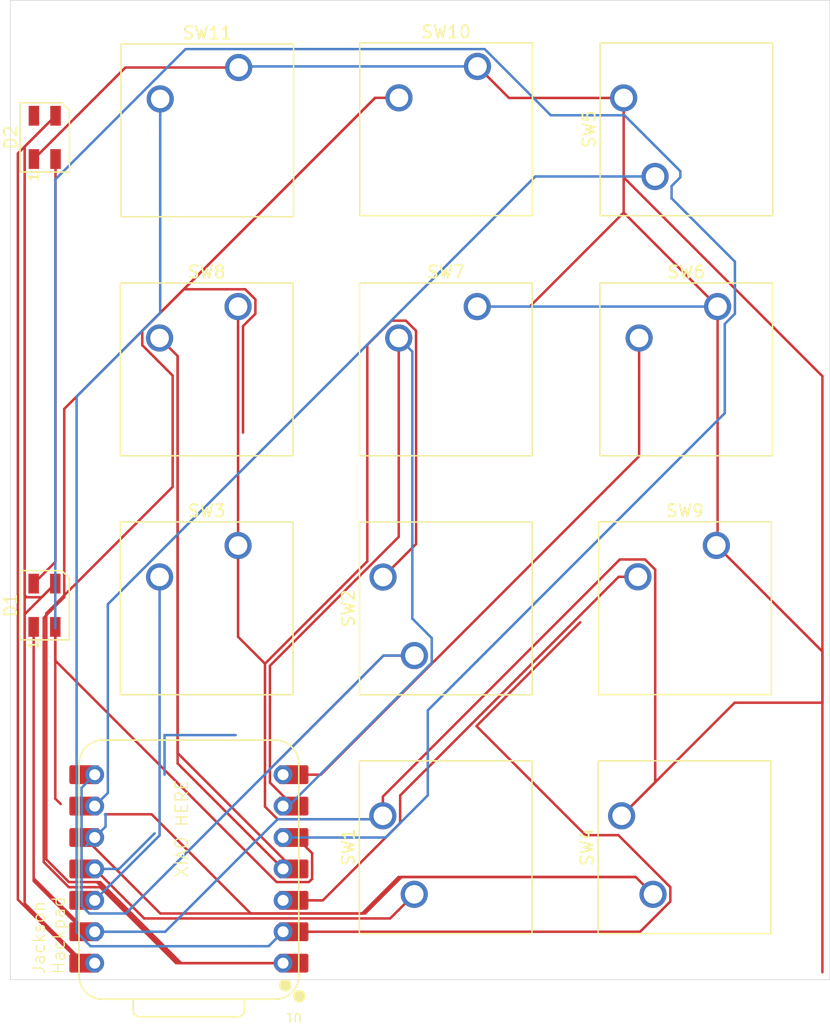
<source format=kicad_pcb>
(kicad_pcb (version 20241229) (generator "pcbnew") (generator_version "9.0")
  (layers (0 "F.Cu" signal) (2 "B.Cu" signal) (13 "F.Paste" user) (15 "B.Paste" user) (5 "F.SilkS" user "F.Silkscreen") (7 "B.SilkS" user "B.Silkscreen") (1 "F.Mask" user) (3 "B.Mask" user) (25 "Edge.Cuts" user))
  (net 0 "")
  (net 1 "Net-(D1-DOUT)")
  (net 2 "GND")
  (net 3 "Net-(D1-DIN)")
  (net 4 "+5V")
  (net 6 "Net-(U1-GPIO3{slash}MOSI)")
  (net 7 "Net-(U1-GPIO1{slash}RX)")
  (net 8 "Net-(U1-GPIO4{slash}MISO)")
  (net 9 "Net-(U1-GPIO2{slash}SCK)")
  (net 10 "Net-(U1-3V3)")
  (net 11 "Net-(U1-GPIO28{slash}ADC2{slash}A2)")
  (net 12 "Net-(U1-GPIO29{slash}ADC3{slash}A3)")
  (net 13 "Net-(U1-GPIO0{slash}TX)")
  (net 14 "Net-(U1-GPIO7{slash}SCL)")
  (net 15 "Net-(U1-GPIO26{slash}ADC0{slash}A0)")
  (net 16 "Net-(U1-GPIO27{slash}ADC1{slash}A1)")
  (footprint "Button_Switch_Keyboard:SW_Cherry_MX_1.00u_PCB" (layer "F.Cu") (at 137.48 82.85)
    (property "Reference" "SW9" (at -2.54 -2.794 0) (layer "F.SilkS"))
    (property "Value" "SW_Push")
    (fp_line (start -9.525 -1.905) (end 4.445 -1.905) (stroke (width 0.12)) (layer "F.SilkS"))
    (fp_line (start -9.525 12.065) (end -9.525 -1.905) (stroke (width 0.12)) (layer "F.SilkS"))
    (fp_line (start 4.445 -1.905) (end 4.445 12.065) (stroke (width 0.12)) (layer "F.SilkS"))
    (fp_line (start 4.445 12.065) (end -9.525 12.065) (stroke (width 0.12)) (layer "F.SilkS"))
    (pad "" np_thru_hole circle (at -7.62 5.08) (size 1.7 1.7) (drill 1.7) (layers "*.Cu" "*.Mask"))
    (pad "" np_thru_hole circle (at -2.54 5.08) (size 4 4) (drill 4) (layers "*.Cu" "*.Mask"))
    (pad "" np_thru_hole circle (at 2.54 5.08) (size 1.7 1.7) (drill 1.7) (layers "*.Cu" "*.Mask"))
    (pad "1" thru_hole circle (at 0 0) (size 2.2 2.2) (drill 1.5) (layers "*.Cu" "*.Mask") (net 2 "GND"))
    (pad "2" thru_hole circle (at -6.35 2.54) (size 2.2 2.2) (drill 1.5) (layers "*.Cu" "*.Mask") (net 11 "Net-(U1-GPIO28{slash}ADC2{slash}A2)"))
  )
  (footprint "Button_Switch_Keyboard:SW_Cherry_MX_1.00u_PCB" (layer "F.Cu") (at 129.98 46.67 90)
    (property "Reference" "SW5" (at -2.54 -2.794 90) (layer "F.SilkS"))
    (property "Value" "SW_Push")
    (fp_line (start 4.445 -1.905) (end 4.445 12.065) (stroke (width 0.12)) (layer "F.SilkS"))
    (fp_line (start -9.525 -1.905) (end 4.445 -1.905) (stroke (width 0.12)) (layer "F.SilkS"))
    (fp_line (start 4.445 12.065) (end -9.525 12.065) (stroke (width 0.12)) (layer "F.SilkS"))
    (fp_line (start -9.525 12.065) (end -9.525 -1.905) (stroke (width 0.12)) (layer "F.SilkS"))
    (pad "" np_thru_hole circle (at -7.62 5.08 90) (size 1.7 1.7) (drill 1.7) (layers "*.Cu" "*.Mask"))
    (pad "" np_thru_hole circle (at -2.54 5.08 90) (size 4 4) (drill 4) (layers "*.Cu" "*.Mask"))
    (pad "" np_thru_hole circle (at 2.54 5.08 90) (size 1.7 1.7) (drill 1.7) (layers "*.Cu" "*.Mask"))
    (pad "1" thru_hole circle (at 0 0 90) (size 2.2 2.2) (drill 1.5) (layers "*.Cu" "*.Mask") (net 2 "GND"))
    (pad "2" thru_hole circle (at -6.35 2.54 90) (size 2.2 2.2) (drill 1.5) (layers "*.Cu" "*.Mask") (net 9 "Net-(U1-GPIO2{slash}SCK)"))
  )
  (footprint "Button_Switch_Keyboard:SW_Cherry_MX_1.00u_PCB" (layer "F.Cu") (at 137.58 63.54)
    (property "Reference" "SW6" (at -2.54 -2.794 0) (layer "F.SilkS"))
    (property "Value" "SW_Push")
    (fp_line (start -9.525 -1.905) (end 4.445 -1.905) (stroke (width 0.12)) (layer "F.SilkS"))
    (fp_line (start -9.525 12.065) (end -9.525 -1.905) (stroke (width 0.12)) (layer "F.SilkS"))
    (fp_line (start 4.445 -1.905) (end 4.445 12.065) (stroke (width 0.12)) (layer "F.SilkS"))
    (fp_line (start 4.445 12.065) (end -9.525 12.065) (stroke (width 0.12)) (layer "F.SilkS"))
    (pad "" np_thru_hole circle (at -7.62 5.08) (size 1.7 1.7) (drill 1.7) (layers "*.Cu" "*.Mask"))
    (pad "" np_thru_hole circle (at -2.54 5.08) (size 4 4) (drill 4) (layers "*.Cu" "*.Mask"))
    (pad "" np_thru_hole circle (at 2.54 5.08) (size 1.7 1.7) (drill 1.7) (layers "*.Cu" "*.Mask"))
    (pad "1" thru_hole circle (at 0 0) (size 2.2 2.2) (drill 1.5) (layers "*.Cu" "*.Mask") (net 2 "GND"))
    (pad "2" thru_hole circle (at -6.35 2.54) (size 2.2 2.2) (drill 1.5) (layers "*.Cu" "*.Mask") (net 13 "Net-(U1-GPIO0{slash}TX)"))
  )
  (footprint "Button_Switch_Keyboard:SW_Cherry_MX_1.00u_PCB" (layer "F.Cu") (at 118.13 63.54)
    (property "Reference" "SW7" (at -2.54 -2.794 0) (layer "F.SilkS"))
    (property "Value" "SW_Push")
    (fp_line (start -9.525 -1.905) (end 4.445 -1.905) (stroke (width 0.12)) (layer "F.SilkS"))
    (fp_line (start -9.525 12.065) (end -9.525 -1.905) (stroke (width 0.12)) (layer "F.SilkS"))
    (fp_line (start 4.445 -1.905) (end 4.445 12.065) (stroke (width 0.12)) (layer "F.SilkS"))
    (fp_line (start 4.445 12.065) (end -9.525 12.065) (stroke (width 0.12)) (layer "F.SilkS"))
    (pad "" np_thru_hole circle (at -7.62 5.08) (size 1.7 1.7) (drill 1.7) (layers "*.Cu" "*.Mask"))
    (pad "" np_thru_hole circle (at -2.54 5.08) (size 4 4) (drill 4) (layers "*.Cu" "*.Mask"))
    (pad "" np_thru_hole circle (at 2.54 5.08) (size 1.7 1.7) (drill 1.7) (layers "*.Cu" "*.Mask"))
    (pad "1" thru_hole circle (at 0 0) (size 2.2 2.2) (drill 1.5) (layers "*.Cu" "*.Mask") (net 2 "GND"))
    (pad "2" thru_hole circle (at -6.35 2.54) (size 2.2 2.2) (drill 1.5) (layers "*.Cu" "*.Mask") (net 14 "Net-(U1-GPIO7{slash}SCL)"))
  )
  (footprint "Button_Switch_Keyboard:SW_Cherry_MX_1.00u_PCB" (layer "F.Cu") (at 110.495 104.715 90)
    (property "Reference" "SW1" (at -2.54 -2.794 90) (layer "F.SilkS"))
    (property "Value" "SW_Push")
    (fp_line (start 4.445 -1.905) (end 4.445 12.065) (stroke (width 0.12)) (layer "F.SilkS"))
    (fp_line (start -9.525 -1.905) (end 4.445 -1.905) (stroke (width 0.12)) (layer "F.SilkS"))
    (fp_line (start 4.445 12.065) (end -9.525 12.065) (stroke (width 0.12)) (layer "F.SilkS"))
    (fp_line (start -9.525 12.065) (end -9.525 -1.905) (stroke (width 0.12)) (layer "F.SilkS"))
    (pad "" np_thru_hole circle (at -7.62 5.08 90) (size 1.7 1.7) (drill 1.7) (layers "*.Cu" "*.Mask"))
    (pad "" np_thru_hole circle (at -2.54 5.08 90) (size 4 4) (drill 4) (layers "*.Cu" "*.Mask"))
    (pad "" np_thru_hole circle (at 2.54 5.08 90) (size 1.7 1.7) (drill 1.7) (layers "*.Cu" "*.Mask"))
    (pad "1" thru_hole circle (at 0 0 90) (size 2.2 2.2) (drill 1.5) (layers "*.Cu" "*.Mask") (net 2 "GND"))
    (pad "2" thru_hole circle (at -6.35 2.54 90) (size 2.2 2.2) (drill 1.5) (layers "*.Cu" "*.Mask") (net 6 "Net-(U1-GPIO3{slash}MOSI)"))
  )
  (footprint "Button_Switch_Keyboard:SW_Cherry_MX_1.00u_PCB" (layer "F.Cu") (at 98.78 63.54)
    (property "Reference" "SW8" (at -2.54 -2.794 0) (layer "F.SilkS"))
    (property "Value" "SW_Push")
    (fp_line (start -9.525 -1.905) (end 4.445 -1.905) (stroke (width 0.12)) (layer "F.SilkS"))
    (fp_line (start -9.525 12.065) (end -9.525 -1.905) (stroke (width 0.12)) (layer "F.SilkS"))
    (fp_line (start 4.445 -1.905) (end 4.445 12.065) (stroke (width 0.12)) (layer "F.SilkS"))
    (fp_line (start 4.445 12.065) (end -9.525 12.065) (stroke (width 0.12)) (layer "F.SilkS"))
    (pad "" np_thru_hole circle (at -7.62 5.08) (size 1.7 1.7) (drill 1.7) (layers "*.Cu" "*.Mask"))
    (pad "" np_thru_hole circle (at -2.54 5.08) (size 4 4) (drill 4) (layers "*.Cu" "*.Mask"))
    (pad "" np_thru_hole circle (at 2.54 5.08) (size 1.7 1.7) (drill 1.7) (layers "*.Cu" "*.Mask"))
    (pad "1" thru_hole circle (at 0 0) (size 2.2 2.2) (drill 1.5) (layers "*.Cu" "*.Mask") (net 2 "GND"))
    (pad "2" thru_hole circle (at -6.35 2.54) (size 2.2 2.2) (drill 1.5) (layers "*.Cu" "*.Mask") (net 12 "Net-(U1-GPIO29{slash}ADC3{slash}A3)"))
  )
  (footprint "Button_Switch_Keyboard:SW_Cherry_MX_1.00u_PCB" (layer "F.Cu") (at 129.815 104.715 90)
    (property "Reference" "SW4" (at -2.54 -2.794 90) (layer "F.SilkS"))
    (property "Value" "SW_Push")
    (fp_line (start 4.445 -1.905) (end 4.445 12.065) (stroke (width 0.12)) (layer "F.SilkS"))
    (fp_line (start -9.525 -1.905) (end 4.445 -1.905) (stroke (width 0.12)) (layer "F.SilkS"))
    (fp_line (start 4.445 12.065) (end -9.525 12.065) (stroke (width 0.12)) (layer "F.SilkS"))
    (fp_line (start -9.525 12.065) (end -9.525 -1.905) (stroke (width 0.12)) (layer "F.SilkS"))
    (pad "" np_thru_hole circle (at -7.62 5.08 90) (size 1.7 1.7) (drill 1.7) (layers "*.Cu" "*.Mask"))
    (pad "" np_thru_hole circle (at -2.54 5.08 90) (size 4 4) (drill 4) (layers "*.Cu" "*.Mask"))
    (pad "" np_thru_hole circle (at 2.54 5.08 90) (size 1.7 1.7) (drill 1.7) (layers "*.Cu" "*.Mask"))
    (pad "1" thru_hole circle (at 0 0 90) (size 2.2 2.2) (drill 1.5) (layers "*.Cu" "*.Mask") (net 2 "GND"))
    (pad "2" thru_hole circle (at -6.35 2.54 90) (size 2.2 2.2) (drill 1.5) (layers "*.Cu" "*.Mask") (net 8 "Net-(U1-GPIO4{slash}MISO)"))
  )
  (footprint "Button_Switch_Keyboard:SW_Cherry_MX_1.00u_PCB" (layer "F.Cu") (at 98.83 44.21)
    (property "Reference" "SW11" (at -2.54 -2.794 0) (layer "F.SilkS"))
    (property "Value" "SW_Push")
    (fp_line (start -9.525 -1.905) (end 4.445 -1.905) (stroke (width 0.12)) (layer "F.SilkS"))
    (fp_line (start -9.525 12.065) (end -9.525 -1.905) (stroke (width 0.12)) (layer "F.SilkS"))
    (fp_line (start 4.445 -1.905) (end 4.445 12.065) (stroke (width 0.12)) (layer "F.SilkS"))
    (fp_line (start 4.445 12.065) (end -9.525 12.065) (stroke (width 0.12)) (layer "F.SilkS"))
    (pad "" np_thru_hole circle (at -7.62 5.08) (size 1.7 1.7) (drill 1.7) (layers "*.Cu" "*.Mask"))
    (pad "" np_thru_hole circle (at -2.54 5.08) (size 4 4) (drill 4) (layers "*.Cu" "*.Mask"))
    (pad "" np_thru_hole circle (at 2.54 5.08) (size 1.7 1.7) (drill 1.7) (layers "*.Cu" "*.Mask"))
    (pad "1" thru_hole circle (at 0 0) (size 2.2 2.2) (drill 1.5) (layers "*.Cu" "*.Mask") (net 2 "GND"))
    (pad "2" thru_hole circle (at -6.35 2.54) (size 2.2 2.2) (drill 1.5) (layers "*.Cu" "*.Mask") (net 16 "Net-(U1-GPIO27{slash}ADC1{slash}A1)"))
  )
  (footprint "Button_Switch_Keyboard:SW_Cherry_MX_1.00u_PCB" (layer "F.Cu") (at 98.78 82.86)
    (property "Reference" "SW3" (at -2.54 -2.794 0) (layer "F.SilkS"))
    (property "Value" "SW_Push")
    (fp_line (start -9.525 -1.905) (end 4.445 -1.905) (stroke (width 0.12)) (layer "F.SilkS"))
    (fp_line (start -9.525 12.065) (end -9.525 -1.905) (stroke (width 0.12)) (layer "F.SilkS"))
    (fp_line (start 4.445 -1.905) (end 4.445 12.065) (stroke (width 0.12)) (layer "F.SilkS"))
    (fp_line (start 4.445 12.065) (end -9.525 12.065) (stroke (width 0.12)) (layer "F.SilkS"))
    (pad "" np_thru_hole circle (at -7.62 5.08) (size 1.7 1.7) (drill 1.7) (layers "*.Cu" "*.Mask"))
    (pad "" np_thru_hole circle (at -2.54 5.08) (size 4 4) (drill 4) (layers "*.Cu" "*.Mask"))
    (pad "" np_thru_hole circle (at 2.54 5.08) (size 1.7 1.7) (drill 1.7) (layers "*.Cu" "*.Mask"))
    (pad "1" thru_hole circle (at 0 0) (size 2.2 2.2) (drill 1.5) (layers "*.Cu" "*.Mask") (net 2 "GND"))
    (pad "2" thru_hole circle (at -6.35 2.54) (size 2.2 2.2) (drill 1.5) (layers "*.Cu" "*.Mask") (net 10 "Net-(U1-3V3)"))
  )
  (footprint "LED_SMD:LED_SK6812MINI_PLCC4_3.5x3.5mm_P1.75mm" (layer "F.Cu") (at 83.135 49.86 90)
    (property "Reference" "D2" (at 0 -2.75 90) (layer "F.SilkS"))
    (property "Value" "SK6812")
    (fp_line (start -2.8 -2) (end 2.8 -2) (stroke (width 0.12)) (layer "F.SilkS"))
    (fp_line (start -2.8 -2) (end -2.8 2) (stroke (width 0.12)) (layer "F.SilkS"))
    (fp_line (start 2.8 1.4) (end 2.8 -2) (stroke (width 0.12)) (layer "F.SilkS"))
    (fp_line (start 2.8 1.4) (end 2.2 2) (stroke (width 0.12)) (layer "F.SilkS"))
    (fp_line (start -2.8 2) (end 2.2 2) (stroke (width 0.12)) (layer "F.SilkS"))
    (fp_text user "1" (at -3.2 -0.875 90) (layer "F.SilkS") (effects (font (size 0.8 0.8))))
    (pad "1" smd rect (at -1.75 -0.875 90) (size 1.6 0.85) (layers "F.Cu" "F.Mask" "F.Paste") (net 2 "GND"))
    (pad "2" smd rect (at -1.75 0.875 90) (size 1.6 0.85) (layers "F.Cu" "F.Mask" "F.Paste") (net 1 "Net-(D1-DOUT)"))
    (pad "3" smd rect (at 1.75 0.875 90) (size 1.6 0.85) (layers "F.Cu" "F.Mask" "F.Paste") (net 4 "+5V"))
    (pad "4" smd rect (at 1.75 -0.875 90) (size 1.6 0.85) (layers "F.Cu" "F.Mask" "F.Paste"))
  )
  (footprint "Button_Switch_Keyboard:SW_Cherry_MX_1.00u_PCB" (layer "F.Cu") (at 118.15 44.12)
    (property "Reference" "SW10" (at -2.54 -2.794 0) (layer "F.SilkS"))
    (property "Value" "SW_Push")
    (fp_line (start -9.525 -1.905) (end 4.445 -1.905) (stroke (width 0.12)) (layer "F.SilkS"))
    (fp_line (start -9.525 12.065) (end -9.525 -1.905) (stroke (width 0.12)) (layer "F.SilkS"))
    (fp_line (start 4.445 -1.905) (end 4.445 12.065) (stroke (width 0.12)) (layer "F.SilkS"))
    (fp_line (start 4.445 12.065) (end -9.525 12.065) (stroke (width 0.12)) (layer "F.SilkS"))
    (pad "" np_thru_hole circle (at -7.62 5.08) (size 1.7 1.7) (drill 1.7) (layers "*.Cu" "*.Mask"))
    (pad "" np_thru_hole circle (at -2.54 5.08) (size 4 4) (drill 4) (layers "*.Cu" "*.Mask"))
    (pad "" np_thru_hole circle (at 2.54 5.08) (size 1.7 1.7) (drill 1.7) (layers "*.Cu" "*.Mask"))
    (pad "1" thru_hole circle (at 0 0) (size 2.2 2.2) (drill 1.5) (layers "*.Cu" "*.Mask") (net 2 "GND"))
    (pad "2" thru_hole circle (at -6.35 2.54) (size 2.2 2.2) (drill 1.5) (layers "*.Cu" "*.Mask") (net 15 "Net-(U1-GPIO26{slash}ADC0{slash}A0)"))
  )
  (footprint "OBL Lib:XIAO-RP2040-DIP" (layer "F.Cu") (at 94.8 109.01 180)
    (property "Reference" "U1" (at -8.5 -12 180) (layer "F.SilkS") (effects (font (size 0.635 0.635) (thickness 0.1016))))
    (property "Value" "XIAO-RP2040-DIP")
    (fp_line (start 8.89 8.509) (end 8.89 -8.636) (stroke (width 0.127)) (layer "F.SilkS"))
    (fp_line (start 6.985 -10.541) (end -6.985 -10.541) (stroke (width 0.1)) (layer "F.SilkS"))
    (fp_line (start 6.985 -10.541) (end -6.985 -10.541) (stroke (width 0.127)) (layer "F.SilkS"))
    (fp_line (start 4.504 -11.451) (end 4.504 -10.541) (stroke (width 0.127)) (layer "F.SilkS"))
    (fp_line (start -3.991272 -11.951) (end 4.004 -11.951) (stroke (width 0.127)) (layer "F.SilkS"))
    (fp_line (start -4.495 -10.541) (end -4.491272 -11.451272) (stroke (width 0.127)) (layer "F.SilkS"))
    (fp_line (start -6.985 10.414) (end 6.985 10.414) (stroke (width 0.127)) (layer "F.SilkS"))
    (fp_line (start -8.89 8.509) (end -8.89 -8.636) (stroke (width 0.127)) (layer "F.SilkS"))
    (fp_arc (start 8.89 8.509) (mid 8.332038 9.856038) (end 6.985 10.414) (stroke (width 0.127)) (layer "F.SilkS"))
    (fp_arc (start 6.985 -10.541) (mid 8.332038 -9.983038) (end 8.89 -8.636) (stroke (width 0.127)) (layer "F.SilkS"))
    (fp_arc (start 4.004 -11.951) (mid 4.357553 -11.804553) (end 4.504 -11.451) (stroke (width 0.127)) (layer "F.SilkS"))
    (fp_arc (start -4.491272 -11.451272) (mid -4.344728 -11.80464) (end -3.991272 -11.951) (stroke (width 0.127)) (layer "F.SilkS"))
    (fp_arc (start -6.985 10.414) (mid -8.332038 9.856038) (end -8.89 8.509) (stroke (width 0.127)) (layer "F.SilkS"))
    (fp_arc (start -8.89 -8.636) (mid -8.332038 -9.983038) (end -6.985 -10.541) (stroke (width 0.127)) (layer "F.SilkS"))
    (fp_circle (center -7.807 -9.42) (end -7.807 -9.674) (stroke (width 0.5)) (fill yes) (layer "F.SilkS"))
    (fp_circle (center -8.95 -10.3) (end -8.95 -10.554) (stroke (width 0.5)) (fill yes) (layer "F.SilkS"))
    (pad "1" smd roundrect (at -8.455 -7.62) (size 2.432 1.524) (layers "F.Cu" "F.Mask") (roundrect_rratio 0.1) (net 15 "Net-(U1-GPIO26{slash}ADC0{slash}A0)"))
    (pad "1" thru_hole circle (at -7.62 -7.62) (size 1.524 1.524) (drill 0.889) (layers "*.Cu" "*.Mask") (net 15 "Net-(U1-GPIO26{slash}ADC0{slash}A0)"))
    (pad "2" smd roundrect (at -8.455 -5.08) (size 2.432 1.524) (layers "F.Cu" "F.Mask") (roundrect_rratio 0.1) (net 16 "Net-(U1-GPIO27{slash}ADC1{slash}A1)"))
    (pad "2" thru_hole circle (at -7.62 -5.08) (size 1.524 1.524) (drill 0.889) (layers "*.Cu" "*.Mask") (net 16 "Net-(U1-GPIO27{slash}ADC1{slash}A1)"))
    (pad "3" smd roundrect (at -8.455 -2.54) (size 2.432 1.524) (layers "F.Cu" "F.Mask") (roundrect_rratio 0.1) (net 11 "Net-(U1-GPIO28{slash}ADC2{slash}A2)"))
    (pad "3" thru_hole circle (at -7.62 -2.54) (size 1.524 1.524) (drill 0.889) (layers "*.Cu" "*.Mask") (net 11 "Net-(U1-GPIO28{slash}ADC2{slash}A2)"))
    (pad "4" smd roundrect (at -8.455 0) (size 2.432 1.524) (layers "F.Cu" "F.Mask") (roundrect_rratio 0.1) (net 12 "Net-(U1-GPIO29{slash}ADC3{slash}A3)"))
    (pad "4" thru_hole circle (at -7.62 0) (size 1.524 1.524) (drill 0.889) (layers "*.Cu" "*.Mask") (net 12 "Net-(U1-GPIO29{slash}ADC3{slash}A3)"))
    (pad "5" smd roundrect (at -8.455 2.54) (size 2.432 1.524) (layers "F.Cu" "F.Mask") (roundrect_rratio 0.1) (net 3 "Net-(D1-DIN)"))
    (pad "5" thru_hole circle (at -7.62 2.54) (size 1.524 1.524) (drill 0.889) (layers "*.Cu" "*.Mask") (net 3 "Net-(D1-DIN)"))
    (pad "6" smd roundrect (at -8.455 5.08) (size 2.432 1.524) (layers "F.Cu" "F.Mask") (roundrect_rratio 0.1) (net 14 "Net-(U1-GPIO7{slash}SCL)"))
    (pad "6" thru_hole circle (at -7.62 5.08) (size 1.524 1.524) (drill 0.889) (layers "*.Cu" "*.Mask") (net 14 "Net-(U1-GPIO7{slash}SCL)"))
    (pad "7" smd roundrect (at -8.455 7.62) (size 2.432 1.524) (layers "F.Cu" "F.Mask") (roundrect_rratio 0.1) (net 13 "Net-(U1-GPIO0{slash}TX)"))
    (pad "7" thru_hole circle (at -7.62 7.62) (size 1.524 1.524) (drill 0.889) (layers "*.Cu" "*.Mask") (net 13 "Net-(U1-GPIO0{slash}TX)"))
    (pad "8" thru_hole circle (at 7.62 7.62 180) (size 1.524 1.524) (drill 0.889) (layers "*.Cu" "*.Mask") (net 7 "Net-(U1-GPIO1{slash}RX)"))
    (pad "8" smd roundrect (at 8.455 7.62 180) (size 2.432 1.524) (layers "F.Cu" "F.Mask") (roundrect_rratio 0.1) (net 7 "Net-(U1-GPIO1{slash}RX)"))
    (pad "9" thru_hole circle (at 7.62 5.08 180) (size 1.524 1.524) (drill 0.889) (layers "*.Cu" "*.Mask") (net 9 "Net-(U1-GPIO2{slash}SCK)"))
    (pad "9" smd roundrect (at 8.455 5.08 180) (size 2.432 1.524) (layers "F.Cu" "F.Mask") (roundrect_rratio 0.1) (net 9 "Net-(U1-GPIO2{slash}SCK)"))
    (pad "10" thru_hole circle (at 7.62 2.54 180) (size 1.524 1.524) (drill 0.889) (layers "*.Cu" "*.Mask") (net 8 "Net-(U1-GPIO4{slash}MISO)"))
    (pad "10" smd roundrect (at 8.455 2.54 180) (size 2.432 1.524) (layers "F.Cu" "F.Mask") (roundrect_rratio 0.1) (net 8 "Net-(U1-GPIO4{slash}MISO)"))
    (pad "11" thru_hole circle (at 7.62 0 180) (size 1.524 1.524) (drill 0.889) (layers "*.Cu" "*.Mask") (net 6 "Net-(U1-GPIO3{slash}MOSI)"))
    (pad "11" smd roundrect (at 8.455 0 180) (size 2.432 1.524) (layers "F.Cu" "F.Mask") (roundrect_rratio 0.1) (net 6 "Net-(U1-GPIO3{slash}MOSI)"))
    (pad "12" thru_hole circle (at 7.62 -2.54 180) (size 1.524 1.524) (drill 0.889) (layers "*.Cu" "*.Mask") (net 10 "Net-(U1-3V3)"))
    (pad "12" smd roundrect (at 8.455 -2.54 180) (size 2.432 1.524) (layers "F.Cu" "F.Mask") (roundrect_rratio 0.1) (net 10 "Net-(U1-3V3)"))
    (pad "13" thru_hole circle (at 7.62 -5.08 180) (size 1.524 1.524) (drill 0.889) (layers "*.Cu" "*.Mask") (net 2 "GND"))
    (pad "13" smd roundrect (at 8.455 -5.08 180) (size 2.432 1.524) (layers "F.Cu" "F.Mask") (roundrect_rratio 0.1) (net 2 "GND"))
    (pad "14" thru_hole circle (at 7.62 -7.62 180) (size 1.524 1.524) (drill 0.889) (layers "*.Cu" "*.Mask") (net 4 "+5V"))
    (pad "14" smd roundrect (at 8.455 -7.62 180) (size 2.432 1.524) (layers "F.Cu" "F.Mask") (roundrect_rratio 0.1) (net 4 "+5V"))
  )
  (footprint "Button_Switch_Keyboard:SW_Cherry_MX_1.00u_PCB" (layer "F.Cu") (at 110.51 85.41 90)
    (property "Reference" "SW2" (at -2.54 -2.794 90) (layer "F.SilkS"))
    (property "Value" "SW_Push")
    (fp_line (start 4.445 -1.905) (end 4.445 12.065) (stroke (width 0.12)) (layer "F.SilkS"))
    (fp_line (start -9.525 -1.905) (end 4.445 -1.905) (stroke (width 0.12)) (layer "F.SilkS"))
    (fp_line (start 4.445 12.065) (end -9.525 12.065) (stroke (width 0.12)) (layer "F.SilkS"))
    (fp_line (start -9.525 12.065) (end -9.525 -1.905) (stroke (width 0.12)) (layer "F.SilkS"))
    (pad "" np_thru_hole circle (at -7.62 5.08 90) (size 1.7 1.7) (drill 1.7) (layers "*.Cu" "*.Mask"))
    (pad "" np_thru_hole circle (at -2.54 5.08 90) (size 4 4) (drill 4) (layers "*.Cu" "*.Mask"))
    (pad "" np_thru_hole circle (at 2.54 5.08 90) (size 1.7 1.7) (drill 1.7) (layers "*.Cu" "*.Mask"))
    (pad "1" thru_hole circle (at 0 0 90) (size 2.2 2.2) (drill 1.5) (layers "*.Cu" "*.Mask") (net 2 "GND"))
    (pad "2" thru_hole circle (at -6.35 2.54 90) (size 2.2 2.2) (drill 1.5) (layers "*.Cu" "*.Mask") (net 7 "Net-(U1-GPIO1{slash}RX)"))
  )
  (footprint "LED_SMD:LED_SK6812MINI_PLCC4_3.5x3.5mm_P1.75mm" (layer "F.Cu") (at 83.115 87.69 90)
    (property "Reference" "D1" (at 0 -2.75 90) (layer "F.SilkS"))
    (property "Value" "SK6812")
    (fp_line (start -2.8 -2) (end 2.8 -2) (stroke (width 0.12)) (layer "F.SilkS"))
    (fp_line (start -2.8 -2) (end -2.8 2) (stroke (width 0.12)) (layer "F.SilkS"))
    (fp_line (start 2.8 1.4) (end 2.8 -2) (stroke (width 0.12)) (layer "F.SilkS"))
    (fp_line (start 2.8 1.4) (end 2.2 2) (stroke (width 0.12)) (layer "F.SilkS"))
    (fp_line (start -2.8 2) (end 2.2 2) (stroke (width 0.12)) (layer "F.SilkS"))
    (fp_text user "1" (at -3.2 -0.875 90) (layer "F.SilkS") (effects (font (size 0.8 0.8))))
    (pad "1" smd rect (at -1.75 -0.875 90) (size 1.6 0.85) (layers "F.Cu" "F.Mask" "F.Paste") (net 2 "GND"))
    (pad "2" smd rect (at -1.75 0.875 90) (size 1.6 0.85) (layers "F.Cu" "F.Mask" "F.Paste") (net 3 "Net-(D1-DIN)"))
    (pad "3" smd rect (at 1.75 0.875 90) (size 1.6 0.85) (layers "F.Cu" "F.Mask" "F.Paste") (net 4 "+5V"))
    (pad "4" smd rect (at 1.75 -0.875 90) (size 1.6 0.85) (layers "F.Cu" "F.Mask" "F.Paste") (net 1 "Net-(D1-DOUT)"))
  )
  (gr_rect (start 80.36 38.775) (end 146.66 117.965) (stroke (width 0.05)) (fill no) (layer "Edge.Cuts"))
  (gr_text "Jackson \nHackpad" (at 84.845 117.615 90) (layer "F.SilkS") (effects (font (size 1 1) (thickness 0.1)) (justify left bottom)))
  (gr_text "XIAO HERE" (at 94.8 109.7785 90) (layer "F.SilkS") (effects (font (size 1 1) (thickness 0.1)) (justify left bottom)))
  (segment (start 92.831 98.19) (end 92.831 101.39) (width 0.2) (layer "B.Cu") (net 0))
  (segment (start 98.58 98.19) (end 92.831 98.19) (width 0.2) (layer "B.Cu") (net 0))
  (segment (start 84.01 51.61) (end 84.01 84.17) (width 0.2) (layer "F.Cu") (net 1))
  (segment (start 84.01 84.17) (end 82.24 85.94) (width 0.2) (layer "F.Cu") (net 1))
  (segment (start 82.24 109.763626) (end 86.566374 114.09) (width 0.2) (layer "F.Cu") (net 2))
  (segment (start 129.98 55.94) (end 137.58 63.54) (width 0.2) (layer "F.Cu") (net 2))
  (segment (start 98.78 63.54) (end 98.78 82.86) (width 0.2) (layer "F.Cu") (net 2))
  (segment (start 100.956 103.96931) (end 100.956 92.415586) (width 0.2) (layer "F.Cu") (net 2))
  (segment (start 109.235793 66.642893) (end 111.199686 64.679) (width 0.2) (layer "F.Cu") (net 2))
  (segment (start 138.96 95.57) (end 129.815 104.715) (width 0.2) (layer "F.Cu") (net 2))
  (segment (start 109.235793 84.135793) (end 109.235793 66.642893) (width 0.2) (layer "F.Cu") (net 2))
  (segment (start 122.38 63.54) (end 129.98 55.94) (width 0.2) (layer "F.Cu") (net 2))
  (segment (start 118.13 63.54) (end 122.38 63.54) (width 0.2) (layer "F.Cu") (net 2))
  (segment (start 146.059 95.57) (end 146.059 91.429) (width 0.2) (layer "F.Cu") (net 2))
  (segment (start 129.98 46.67) (end 129.98 53.09) (width 0.2) (layer "F.Cu") (net 2))
  (segment (start 132.531 101.999) (end 129.815 104.715) (width 0.2) (layer "F.Cu") (net 2))
  (segment (start 137.58 82.75) (end 137.48 82.85) (width 0.2) (layer "F.Cu") (net 2))
  (segment (start 129.98 53.09) (end 146.059 69.169) (width 0.2) (layer "F.Cu") (net 2))
  (segment (start 146.059 95.57) (end 146.059 117.364) (width 0.2) (layer "F.Cu") (net 2))
  (segment (start 120.7 46.67) (end 118.15 44.12) (width 0.2) (layer "F.Cu") (net 2))
  (segment (start 146.059 95.57) (end 138.96 95.57) (width 0.2) (layer "F.Cu") (net 2))
  (segment (start 146.059 69.169) (end 146.059 95.57) (width 0.2) (layer "F.Cu") (net 2))
  (segment (start 82.24 89.44) (end 82.24 109.985) (width 0.2) (layer "F.Cu") (net 2))
  (segment (start 112.360314 64.679) (end 113.181 65.499686) (width 0.2) (layer "F.Cu") (net 2))
  (segment (start 86.566374 114.09) (end 87.18 114.09) (width 0.2) (layer "F.Cu") (net 2))
  (segment (start 113.181 65.499686) (end 113.181 82.739) (width 0.2) (layer "F.Cu") (net 2))
  (segment (start 111.199686 64.679) (end 112.360314 64.679) (width 0.2) (layer "F.Cu") (net 2))
  (segment (start 146.059 91.429) (end 137.48 82.85) (width 0.2) (layer "F.Cu") (net 2))
  (segment (start 98.78 90.239586) (end 98.78 82.86) (width 0.2) (layer "F.Cu") (net 2))
  (segment (start 82.24 109.985) (end 86.345 114.09) (width 0.2) (layer "F.Cu") (net 2))
  (segment (start 100.956 92.415586) (end 109.235793 84.135793) (width 0.2) (layer "F.Cu") (net 2))
  (segment (start 110.495 104.715) (end 110.495 103.159366) (width 0.2) (layer "F.Cu") (net 2))
  (segment (start 82.24 89.44) (end 82.24 109.763626) (width 0.2) (layer "F.Cu") (net 2))
  (segment (start 100.956 92.415586) (end 98.78 90.239586) (width 0.2) (layer "F.Cu") (net 2))
  (segment (start 113.181 82.739) (end 110.51 85.41) (width 0.2) (layer "F.Cu") (net 2))
  (segment (start 110.495 104.715) (end 110.217 104.993) (width 0.2) (layer "F.Cu") (net 2))
  (segment (start 137.58 63.54) (end 137.58 82.75) (width 0.2) (layer "F.Cu") (net 2))
  (segment (start 129.98 53.09) (end 129.98 55.94) (width 0.2) (layer "F.Cu") (net 2))
  (segment (start 89.66 44.21) (end 98.83 44.21) (width 0.2) (layer "F.Cu") (net 2))
  (segment (start 132.531 84.809686) (end 132.531 101.999) (width 0.2) (layer "F.Cu") (net 2))
  (segment (start 110.495 103.159366) (end 129.665366 83.989) (width 0.2) (layer "F.Cu") (net 2))
  (segment (start 129.665366 83.989) (end 131.710314 83.989) (width 0.2) (layer "F.Cu") (net 2))
  (segment (start 129.98 46.67) (end 120.7 46.67) (width 0.2) (layer "F.Cu") (net 2))
  (segment (start 110.217 104.993) (end 101.97969 104.993) (width 0.2) (layer "F.Cu") (net 2))
  (segment (start 82.26 51.61) (end 89.66 44.21) (width 0.2) (layer "F.Cu") (net 2))
  (segment (start 86.345 114.09) (end 87.18 114.09) (width 0.2) (layer "F.Cu") (net 2))
  (segment (start 101.97969 104.993) (end 100.956 103.96931) (width 0.2) (layer "F.Cu") (net 2))
  (segment (start 131.710314 83.989) (end 132.531 84.809686) (width 0.2) (layer "F.Cu") (net 2))
  (segment (start 87.18 114.09) (end 92.88269 114.09) (width 0.2) (layer "B.Cu") (net 2))
  (segment (start 98.92 44.12) (end 98.83 44.21) (width 0.2) (layer "B.Cu") (net 2))
  (segment (start 110.217 104.993) (end 110.495 104.715) (width 0.2) (layer "B.Cu") (net 2))
  (segment (start 118.13 63.54) (end 137.58 63.54) (width 0.2) (layer "B.Cu") (net 2))
  (segment (start 118.15 44.12) (end 98.92 44.12) (width 0.2) (layer "B.Cu") (net 2))
  (segment (start 92.88269 114.09) (end 101.97969 104.993) (width 0.2) (layer "B.Cu") (net 2))
  (segment (start 101.97969 104.993) (end 110.217 104.993) (width 0.2) (layer "B.Cu") (net 2))
  (segment (start 83.99 92.1661) (end 83.99 89.44) (width 0.2) (layer "F.Cu") (net 3))
  (segment (start 102.42 106.47) (end 103.255 106.47) (width 0.2) (layer "F.Cu") (net 3))
  (segment (start 103.49763 106.47) (end 104.772 107.74437) (width 0.2) (layer "F.Cu") (net 3))
  (segment (start 83.99 103.326526) (end 84.427 103.763526) (width 0.2) (layer "F.Cu") (net 3))
  (segment (start 83.99 89.44) (end 83.99 103.326526) (width 0.2) (layer "F.Cu") (net 3))
  (segment (start 102.42 106.47) (end 103.49763 106.47) (width 0.2) (layer "F.Cu") (net 3))
  (segment (start 101.8969 110.073) (end 83.99 92.1661) (width 0.2) (layer "F.Cu") (net 3))
  (segment (start 104.772 109.811626) (end 104.510626 110.073) (width 0.2) (layer "F.Cu") (net 3))
  (segment (start 104.510626 110.073) (end 101.8969 110.073) (width 0.2) (layer "F.Cu") (net 3))
  (segment (start 104.772 107.74437) (end 104.772 109.811626) (width 0.2) (layer "F.Cu") (net 3))
  (segment (start 124.082314 48.071) (end 118.730314 42.719) (width 0.2) (layer "B.Cu") (net 3))
  (segment (start 133.859 54.78747) (end 133.859 53.79253) (width 0.2) (layer "B.Cu") (net 3))
  (segment (start 130.041 48.071) (end 124.082314 48.071) (width 0.2) (layer "B.Cu") (net 3))
  (segment (start 138.981 59.90947) (end 133.859 54.78747) (width 0.2) (layer "B.Cu") (net 3))
  (segment (start 118.730314 42.719) (end 94.529686 42.719) (width 0.2) (layer "B.Cu") (net 3))
  (segment (start 133.859 53.79253) (end 134.56253 53.089) (width 0.2) (layer "B.Cu") (net 3))
  (segment (start 110.721314 106.47) (end 114.13 103.061314) (width 0.2) (layer "B.Cu") (net 3))
  (segment (start 134.56253 53.089) (end 134.56253 52.59253) (width 0.2) (layer "B.Cu") (net 3))
  (segment (start 134.56253 52.59253) (end 130.041 48.071) (width 0.2) (layer "B.Cu") (net 3))
  (segment (start 138.160314 72.158156) (end 138.160314 64.941) (width 0.2) (layer "B.Cu") (net 3))
  (segment (start 138.160314 64.941) (end 138.981 64.120314) (width 0.2) (layer "B.Cu") (net 3))
  (segment (start 102.42 106.47) (end 110.721314 106.47) (width 0.2) (layer "B.Cu") (net 3))
  (segment (start 138.981 64.120314) (end 138.981 59.90947) (width 0.2) (layer "B.Cu") (net 3))
  (segment (start 114.13 103.061314) (end 114.13 96.18847) (width 0.2) (layer "B.Cu") (net 3))
  (segment (start 94.529686 42.719) (end 83.99 53.258686) (width 0.2) (layer "B.Cu") (net 3))
  (segment (start 83.99 53.258686) (end 83.99 89.54) (width 0.2) (layer "B.Cu") (net 3))
  (segment (start 114.13 96.18847) (end 138.160314 72.158156) (width 0.2) (layer "B.Cu") (net 3))
  (segment (start 86.345 116.63) (end 81.514 111.799) (width 0.2) (layer "F.Cu") (net 4))
  (segment (start 80.961 51.159) (end 80.961 111.48863) (width 0.2) (layer "F.Cu") (net 4))
  (segment (start 81.514 86.887) (end 81.668 87.041) (width 0.2) (layer "F.Cu") (net 4))
  (segment (start 84.01 48.11) (end 80.961 51.159) (width 0.2) (layer "F.Cu") (net 4))
  (segment (start 81.514 111.799) (end 81.514 50.606) (width 0.2) (layer "F.Cu") (net 4))
  (segment (start 86.345 116.63) (end 87.18 116.63) (width 0.2) (layer "F.Cu") (net 4))
  (segment (start 82.889 87.041) (end 83.99 85.94) (width 0.2) (layer "F.Cu") (net 4))
  (segment (start 86.10237 116.63) (end 87.18 116.63) (width 0.2) (layer "F.Cu") (net 4))
  (segment (start 81.514 50.606) (end 81.514 86.887) (width 0.2) (layer "F.Cu") (net 4))
  (segment (start 81.514 111.799) (end 81.514 88.416) (width 0.2) (layer "F.Cu") (net 4))
  (segment (start 81.514 50.606) (end 84.01 48.11) (width 0.2) (layer "F.Cu") (net 4))
  (segment (start 81.668 87.041) (end 82.889 87.041) (width 0.2) (layer "F.Cu") (net 4))
  (segment (start 80.961 111.48863) (end 86.10237 116.63) (width 0.2) (layer "F.Cu") (net 4))
  (segment (start 81.514 88.416) (end 83.99 85.94) (width 0.2) (layer "F.Cu") (net 4))
  (segment (start 87.18 116.62) (end 87.37 116.43) (width 0.2) (layer "B.Cu") (net 4))
  (segment (start 87.18 116.63) (end 87.18 116.62) (width 0.2) (layer "B.Cu") (net 4))
  (segment (start 113.035 111.065) (end 111.086 113.014) (width 0.2) (layer "F.Cu") (net 6))
  (segment (start 111.086 113.014) (end 91.184 113.014) (width 0.2) (layer "F.Cu") (net 6))
  (segment (start 91.184 113.014) (end 87.18 109.01) (width 0.2) (layer "F.Cu") (net 6))
  (segment (start 87.18 109.01) (end 86.345 109.01) (width 0.2) (layer "F.Cu") (net 6))
  (segment (start 87.18 109.01) (end 89.1529 109.01) (width 0.2) (layer "B.Cu") (net 6))
  (segment (start 89.1529 109.01) (end 92.029 106.1339) (width 0.2) (layer "B.Cu") (net 6))
  (segment (start 113.05 91.76) (end 110.54669 91.76) (width 0.2) (layer "F.Cu") (net 7))
  (segment (start 110.54669 91.76) (end 101.758 100.54869) (width 0.2) (layer "F.Cu") (net 7))
  (segment (start 87.18 101.39) (end 86.345 101.39) (width 0.2) (layer "F.Cu") (net 7))
  (segment (start 110.54669 91.76) (end 113.05 91.76) (width 0.2) (layer "B.Cu") (net 7))
  (segment (start 86.117 102.453) (end 86.117 111.99031) (width 0.2) (layer "B.Cu") (net 7))
  (segment (start 86.117 111.99031) (end 86.73969 112.613) (width 0.2) (layer "B.Cu") (net 7))
  (segment (start 89.69369 112.613) (end 110.54669 91.76) (width 0.2) (layer "B.Cu") (net 7))
  (segment (start 86.73969 112.613) (end 89.69369 112.613) (width 0.2) (layer "B.Cu") (net 7))
  (segment (start 87.18 101.39) (end 86.117 102.453) (width 0.2) (layer "B.Cu") (net 7))
  (segment (start 91.7841 104.592) (end 88.02131 104.592) (width 0.2) (layer "F.Cu") (net 8))
  (segment (start 108.813414 112.613) (end 99.8051 112.613) (width 0.2) (layer "F.Cu") (net 8))
  (segment (start 130.954 109.664) (end 132.355 111.065) (width 0.2) (layer "F.Cu") (net 8))
  (segment (start 112.008214 109.664) (end 130.954 109.664) (width 0.2) (layer "F.Cu") (net 8))
  (segment (start 99.8051 112.613) (end 91.7841 104.592) (width 0.2) (layer "F.Cu") (net 8))
  (segment (start 109.059214 112.613) (end 112.008214 109.664) (width 0.2) (layer "F.Cu") (net 8))
  (segment (start 92.488 112.613) (end 109.059214 112.613) (width 0.2) (layer "F.Cu") (net 8))
  (segment (start 130.954 109.664) (end 111.762414 109.664) (width 0.2) (layer "F.Cu") (net 8))
  (segment (start 87.18 106.47) (end 86.345 106.47) (width 0.2) (layer "F.Cu") (net 8))
  (segment (start 111.762414 109.664) (end 108.813414 112.613) (width 0.2) (layer "F.Cu") (net 8))
  (segment (start 86.345 106.47) (end 92.488 112.613) (width 0.2) (layer "F.Cu") (net 8))
  (segment (start 88.06 105.59) (end 88.06 104.58) (width 0.2) (layer "B.Cu") (net 8))
  (segment (start 87.18 106.47) (end 88.06 105.59) (width 0.2) (layer "B.Cu") (net 8))
  (segment (start 87.18 106.47) (end 87.41 106.47) (width 0.2) (layer "B.Cu") (net 8))
  (segment (start 88.06 104.58) (end 88.03331 104.58) (width 0.2) (layer "B.Cu") (net 8))
  (segment (start 87.15 106.47) (end 86.518 107.102) (width 0.2) (layer "B.Cu") (net 8))
  (segment (start 87.41 106.47) (end 87.47 106.53) (width 0.2) (layer "B.Cu") (net 8))
  (segment (start 86.518 107.12) (end 86.518 107.102) (width 0.2) (layer "B.Cu") (net 8))
  (segment (start 88.03331 104.58) (end 88.006655 104.606655) (width 0.2) (layer "B.Cu") (net 8))
  (segment (start 87.18 106.47) (end 87.15 106.47) (width 0.2) (layer "B.Cu") (net 8))
  (segment (start 87.18 103.93) (end 88.243 102.867) (width 0.2) (layer "B.Cu") (net 9))
  (segment (start 88.243 102.867) (end 88.243 87.605686) (width 0.2) (layer "B.Cu") (net 9))
  (segment (start 88.243 87.605686) (end 122.828686 53.02) (width 0.2) (layer "B.Cu") (net 9))
  (segment (start 122.828686 53.02) (end 132.52 53.02) (width 0.2) (layer "B.Cu") (net 9))
  (segment (start 87.18 111.55) (end 86.345 111.55) (width 0.2) (layer "F.Cu") (net 10))
  (segment (start 92.43 85.4) (end 92.43 106.3) (width 0.2) (layer "B.Cu") (net 10))
  (segment (start 92.43 106.3) (end 87.18 111.55) (width 0.2) (layer "B.Cu") (net 10))
  (segment (start 105.641314 111.55) (end 111.896 105.295314) (width 0.2) (layer "F.Cu") (net 11))
  (segment (start 129.574366 85.39) (end 131.13 85.39) (width 0.2) (layer "F.Cu") (net 11))
  (segment (start 111.896 103.068366) (end 129.574366 85.39) (width 0.2) (layer "F.Cu") (net 11))
  (segment (start 105.641314 111.55) (end 103.255 111.55) (width 0.2) (layer "F.Cu") (net 11))
  (segment (start 111.896 105.295314) (end 111.896 103.068366) (width 0.2) (layer "F.Cu") (net 11))
  (segment (start 102.42 111.55) (end 105.641314 111.55) (width 0.2) (layer "F.Cu") (net 11))
  (segment (start 92.43 66.08) (end 93.889 67.539) (width 0.2) (layer "F.Cu") (net 12))
  (segment (start 93.889 67.539) (end 93.889 99.644) (width 0.2) (layer "F.Cu") (net 12))
  (segment (start 102.42 109.01) (end 103.255 109.01) (width 0.2) (layer "F.Cu") (net 12))
  (segment (start 93.889 100.479) (end 93.889 67.539) (width 0.2) (layer "F.Cu") (net 12))
  (segment (start 102.42 109.01) (end 93.889 100.479) (width 0.2) (layer "F.Cu") (net 12))
  (segment (start 93.889 99.644) (end 103.255 109.01) (width 0.2) (layer "F.Cu") (net 12))
  (segment (start 102.42 109.01) (end 102.48 109.07) (width 0.2) (layer "B.Cu") (net 12))
  (segment (start 102.48 109.07) (end 102.56 109.07) (width 0.2) (layer "B.Cu") (net 12))
  (segment (start 131.23 66.08) (end 131.23 75.634816) (width 0.2) (layer "F.Cu") (net 13))
  (segment (start 131.23 75.634816) (end 105.474816 101.39) (width 0.2) (layer "F.Cu") (net 13))
  (segment (start 105.474816 101.39) (end 103.255 101.39) (width 0.2) (layer "F.Cu") (net 13))
  (segment (start 101.357 92.581686) (end 101.357 102.032) (width 0.2) (layer "F.Cu") (net 14))
  (segment (start 111.78 82.158686) (end 101.357 92.581686) (width 0.2) (layer "F.Cu") (net 14))
  (segment (start 101.357 102.032) (end 103.255 103.93) (width 0.2) (layer "F.Cu") (net 14))
  (segment (start 111.78 66.08) (end 111.78 82.158686) (width 0.2) (layer "F.Cu") (net 14))
  (segment (start 114.451 92.340314) (end 114.451 90.342) (width 0.2) (layer "B.Cu") (net 14))
  (segment (start 112.879999 67.179999) (end 111.78 66.08) (width 0.2) (layer "B.Cu") (net 14))
  (segment (start 112.879999 88.770999) (end 112.879999 67.179999) (width 0.2) (layer "B.Cu") (net 14))
  (segment (start 102.861314 103.93) (end 114.451 92.340314) (width 0.2) (layer "B.Cu") (net 14))
  (segment (start 114.451 90.342) (end 112.879999 88.770999) (width 0.2) (layer "B.Cu") (net 14))
  (segment (start 102.42 103.93) (end 102.861314 103.93) (width 0.2) (layer "B.Cu") (net 14))
  (segment (start 83.264 108.247626) (end 83.264 88.339) (width 0.2) (layer "F.Cu") (net 15))
  (segment (start 93.488 78.115) (end 93.488 69.119314) (width 0.2) (layer "F.Cu") (net 15))
  (segment (start 87.62031 110.487) (end 85.089374 110.487) (width 0.2) (layer "F.Cu") (net 15))
  (segment (start 85.089374 110.073) (end 83.264 108.247626) (width 0.2) (layer "F.Cu") (net 15))
  (segment (start 87.35 110.073) (end 85.089374 110.073) (width 0.2) (layer "F.Cu") (net 15))
  (segment (start 99.360314 62.139) (end 100.181 62.959686) (width 0.2) (layer "F.Cu") (net 15))
  (segment (start 84.716 87.041) (end 84.716 71.812686) (width 0.2) (layer "F.Cu") (net 15))
  (segment (start 84.716 71.812686) (end 109.868686 46.66) (width 0.2) (layer "F.Cu") (net 15))
  (segment (start 94.17731 116.63) (end 87.62031 110.073) (width 0.2) (layer "F.Cu") (net 15))
  (segment (start 83.0551 108.452726) (end 83.0551 88.7019) (width 0.2) (layer "F.Cu") (net 15))
  (segment (start 102.42 116.63) (end 94.17731 116.63) (width 0.2) (layer "F.Cu") (net 15))
  (segment (start 94.389686 62.139) (end 99.360314 62.139) (width 0.2) (layer "F.Cu") (net 15))
  (segment (start 93.907 116.63) (end 87.35 110.073) (width 0.2) (layer "F.Cu") (net 15))
  (segment (start 93.76331 116.63) (end 87.62031 110.487) (width 0.2) (layer "F.Cu") (net 15))
  (segment (start 103.255 116.63) (end 93.907 116.63) (width 0.2) (layer "F.Cu") (net 15))
  (segment (start 93.488 69.119314) (end 91.029 66.660314) (width 0.2) (layer "F.Cu") (net 15))
  (segment (start 83.264 88.339) (end 93.488 78.115) (width 0.2) (layer "F.Cu") (net 15))
  (segment (start 102.42 116.63) (end 93.76331 116.63) (width 0.2) (layer "F.Cu") (net 15))
  (segment (start 100.181 62.959686) (end 100.181 64.120314) (width 0.2) (layer "F.Cu") (net 15))
  (segment (start 91.029 65.499686) (end 109.868686 46.66) (width 0.2) (layer "F.Cu") (net 15))
  (segment (start 91.029 65.499686) (end 94.389686 62.139) (width 0.2) (layer "F.Cu") (net 15))
  (segment (start 87.62031 110.073) (end 85.089374 110.073) (width 0.2) (layer "F.Cu") (net 15))
  (segment (start 100.181 64.120314) (end 99.181 65.120314) (width 0.2) (layer "F.Cu") (net 15))
  (segment (start 109.868686 46.66) (end 111.8 46.66) (width 0.2) (layer "F.Cu") (net 15))
  (segment (start 85.089374 110.487) (end 83.0551 108.452726) (width 0.2) (layer "F.Cu") (net 15))
  (segment (start 83.0551 88.7019) (end 84.716 87.041) (width 0.2) (layer "F.Cu") (net 15))
  (segment (start 91.029 66.660314) (end 91.029 65.499686) (width 0.2) (layer "F.Cu") (net 15))
  (segment (start 99.181 65.120314) (end 99.181 73.73) (width 0.2) (layer "F.Cu") (net 15))
  (segment (start 102.42 114.09) (end 103.255 114.09) (width 0.2) (layer "F.Cu") (net 16))
  (segment (start 102.42 114.09) (end 131.311314 114.09) (width 0.2) (layer "F.Cu") (net 16))
  (segment (start 129.552498 106.281184) (end 126.89265 106.281184) (width 0.2) (layer "F.Cu") (net 16))
  (segment (start 133.756 110.484686) (end 129.552498 106.281184) (width 0.2) (layer "F.Cu") (net 16))
  (segment (start 131.311314 114.09) (end 133.756 111.645314) (width 0.2) (layer "F.Cu") (net 16))
  (segment (start 126.89265 106.281184) (end 118.071466 97.46) (width 0.2) (layer "F.Cu") (net 16))
  (segment (start 118.071466 97.46) (end 126.465733 89.065733) (width 0.2) (layer "F.Cu") (net 16))
  (segment (start 133.756 111.645314) (end 133.756 110.484686) (width 0.2) (layer "F.Cu") (net 16))
  (segment (start 86.84769 115.261) (end 101.249 115.261) (width 0.2) (layer "B.Cu") (net 16))
  (segment (start 85.716 114.12931) (end 86.84769 115.261) (width 0.2) (layer "B.Cu") (net 16))
  (segment (start 92.48 46.75) (end 92.48 64.048686) (width 0.2) (layer "B.Cu") (net 16))
  (segment (start 101.249 115.261) (end 102.42 114.09) (width 0.2) (layer "B.Cu") (net 16))
  (segment (start 92.48 64.048686) (end 85.716 70.812686) (width 0.2) (layer "B.Cu") (net 16))
  (segment (start 85.716 70.812686) (end 85.716 114.12931) (width 0.2) (layer "B.Cu") (net 16))
)
</source>
